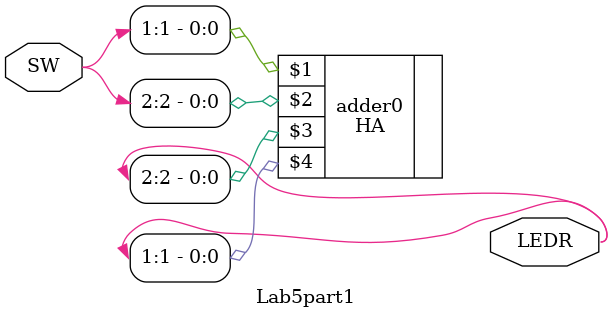
<source format=v>
/* ***************************************************************\
| Name of program : Lab5
| Author : Charles Heckel
| Date Created : 6/05/2018
| Date last updated : 6/05/2018
| Function : performs bitwise addition based on input signals
| Method : Instantiates a Half-Adder to perform addition
| Inputs :	SW	- set of switches from the DE2-115 board
| Output :	LEDR- set of LEDs from the DE2-115 board
| Additional Comments : (Extras)
\*****************************************************************/

module Lab5part1(SW, LEDR);
  // variables
  input [2:1] SW;
  output[2:1] LEDR;
  
  // implementation
  HA adder0(SW[1], SW[2], LEDR[2], LEDR[1]);

endmodule

</source>
